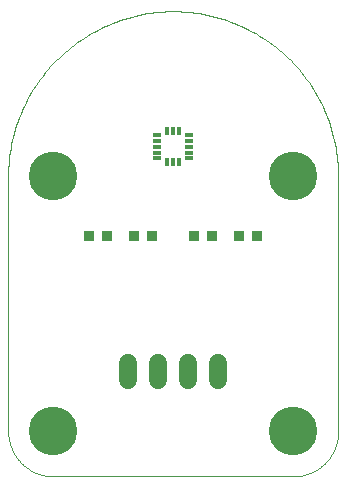
<source format=gts>
G75*
%MOIN*%
%OFA0B0*%
%FSLAX25Y25*%
%IPPOS*%
%LPD*%
%AMOC8*
5,1,8,0,0,1.08239X$1,22.5*
%
%ADD10C,0.05943*%
%ADD11C,0.00000*%
%ADD12C,0.16211*%
%ADD13R,0.02762X0.01384*%
%ADD14R,0.01384X0.02762*%
%ADD15R,0.03550X0.03550*%
D10*
X0046800Y0051234D02*
X0046800Y0056778D01*
X0056800Y0056778D02*
X0056800Y0051234D01*
X0066800Y0051234D02*
X0066800Y0056778D01*
X0076800Y0056778D02*
X0076800Y0051234D01*
D11*
X0101800Y0019006D02*
X0021800Y0019006D01*
X0021438Y0019010D01*
X0021075Y0019024D01*
X0020713Y0019045D01*
X0020352Y0019076D01*
X0019992Y0019115D01*
X0019633Y0019163D01*
X0019275Y0019220D01*
X0018918Y0019285D01*
X0018563Y0019359D01*
X0018210Y0019442D01*
X0017859Y0019533D01*
X0017511Y0019632D01*
X0017165Y0019740D01*
X0016821Y0019856D01*
X0016481Y0019981D01*
X0016144Y0020113D01*
X0015810Y0020254D01*
X0015479Y0020403D01*
X0015152Y0020560D01*
X0014829Y0020724D01*
X0014510Y0020896D01*
X0014196Y0021076D01*
X0013885Y0021264D01*
X0013580Y0021459D01*
X0013279Y0021661D01*
X0012983Y0021871D01*
X0012693Y0022087D01*
X0012407Y0022311D01*
X0012127Y0022541D01*
X0011853Y0022778D01*
X0011585Y0023022D01*
X0011322Y0023272D01*
X0011066Y0023528D01*
X0010816Y0023791D01*
X0010572Y0024059D01*
X0010335Y0024333D01*
X0010105Y0024613D01*
X0009881Y0024899D01*
X0009665Y0025189D01*
X0009455Y0025485D01*
X0009253Y0025786D01*
X0009058Y0026091D01*
X0008870Y0026402D01*
X0008690Y0026716D01*
X0008518Y0027035D01*
X0008354Y0027358D01*
X0008197Y0027685D01*
X0008048Y0028016D01*
X0007907Y0028350D01*
X0007775Y0028687D01*
X0007650Y0029027D01*
X0007534Y0029371D01*
X0007426Y0029717D01*
X0007327Y0030065D01*
X0007236Y0030416D01*
X0007153Y0030769D01*
X0007079Y0031124D01*
X0007014Y0031481D01*
X0006957Y0031839D01*
X0006909Y0032198D01*
X0006870Y0032558D01*
X0006839Y0032919D01*
X0006818Y0033281D01*
X0006804Y0033644D01*
X0006800Y0034006D01*
X0006800Y0119006D01*
X0006816Y0120345D01*
X0006865Y0121684D01*
X0006947Y0123021D01*
X0007061Y0124355D01*
X0007207Y0125687D01*
X0007386Y0127014D01*
X0007597Y0128337D01*
X0007841Y0129654D01*
X0008116Y0130965D01*
X0008423Y0132268D01*
X0008762Y0133564D01*
X0009132Y0134851D01*
X0009533Y0136129D01*
X0009966Y0137397D01*
X0010429Y0138654D01*
X0010923Y0139899D01*
X0011447Y0141132D01*
X0012000Y0142351D01*
X0012584Y0143557D01*
X0013196Y0144748D01*
X0013837Y0145924D01*
X0014507Y0147084D01*
X0015205Y0148227D01*
X0015930Y0149353D01*
X0016683Y0150461D01*
X0017462Y0151551D01*
X0018268Y0152621D01*
X0019099Y0153671D01*
X0019956Y0154700D01*
X0020838Y0155709D01*
X0021743Y0156695D01*
X0022673Y0157659D01*
X0023626Y0158601D01*
X0024601Y0159519D01*
X0025599Y0160412D01*
X0026618Y0161282D01*
X0027658Y0162126D01*
X0028718Y0162944D01*
X0029798Y0163737D01*
X0030896Y0164503D01*
X0032014Y0165242D01*
X0033148Y0165954D01*
X0034300Y0166637D01*
X0035468Y0167293D01*
X0036652Y0167920D01*
X0037850Y0168518D01*
X0039063Y0169086D01*
X0040289Y0169625D01*
X0041528Y0170134D01*
X0042779Y0170612D01*
X0044042Y0171060D01*
X0045314Y0171477D01*
X0046597Y0171863D01*
X0047889Y0172218D01*
X0049189Y0172541D01*
X0050496Y0172832D01*
X0051810Y0173091D01*
X0053130Y0173318D01*
X0054455Y0173513D01*
X0055785Y0173676D01*
X0057118Y0173806D01*
X0058453Y0173904D01*
X0059791Y0173969D01*
X0061130Y0174002D01*
X0062470Y0174002D01*
X0063809Y0173969D01*
X0065147Y0173904D01*
X0066482Y0173806D01*
X0067815Y0173676D01*
X0069145Y0173513D01*
X0070470Y0173318D01*
X0071790Y0173091D01*
X0073104Y0172832D01*
X0074411Y0172541D01*
X0075711Y0172218D01*
X0077003Y0171863D01*
X0078286Y0171477D01*
X0079558Y0171060D01*
X0080821Y0170612D01*
X0082072Y0170134D01*
X0083311Y0169625D01*
X0084537Y0169086D01*
X0085750Y0168518D01*
X0086948Y0167920D01*
X0088132Y0167293D01*
X0089300Y0166637D01*
X0090452Y0165954D01*
X0091586Y0165242D01*
X0092704Y0164503D01*
X0093802Y0163737D01*
X0094882Y0162944D01*
X0095942Y0162126D01*
X0096982Y0161282D01*
X0098001Y0160412D01*
X0098999Y0159519D01*
X0099974Y0158601D01*
X0100927Y0157659D01*
X0101857Y0156695D01*
X0102762Y0155709D01*
X0103644Y0154700D01*
X0104501Y0153671D01*
X0105332Y0152621D01*
X0106138Y0151551D01*
X0106917Y0150461D01*
X0107670Y0149353D01*
X0108395Y0148227D01*
X0109093Y0147084D01*
X0109763Y0145924D01*
X0110404Y0144748D01*
X0111016Y0143557D01*
X0111600Y0142351D01*
X0112153Y0141132D01*
X0112677Y0139899D01*
X0113171Y0138654D01*
X0113634Y0137397D01*
X0114067Y0136129D01*
X0114468Y0134851D01*
X0114838Y0133564D01*
X0115177Y0132268D01*
X0115484Y0130965D01*
X0115759Y0129654D01*
X0116003Y0128337D01*
X0116214Y0127014D01*
X0116393Y0125687D01*
X0116539Y0124355D01*
X0116653Y0123021D01*
X0116735Y0121684D01*
X0116784Y0120345D01*
X0116800Y0119006D01*
X0116800Y0034006D01*
X0116796Y0033644D01*
X0116782Y0033281D01*
X0116761Y0032919D01*
X0116730Y0032558D01*
X0116691Y0032198D01*
X0116643Y0031839D01*
X0116586Y0031481D01*
X0116521Y0031124D01*
X0116447Y0030769D01*
X0116364Y0030416D01*
X0116273Y0030065D01*
X0116174Y0029717D01*
X0116066Y0029371D01*
X0115950Y0029027D01*
X0115825Y0028687D01*
X0115693Y0028350D01*
X0115552Y0028016D01*
X0115403Y0027685D01*
X0115246Y0027358D01*
X0115082Y0027035D01*
X0114910Y0026716D01*
X0114730Y0026402D01*
X0114542Y0026091D01*
X0114347Y0025786D01*
X0114145Y0025485D01*
X0113935Y0025189D01*
X0113719Y0024899D01*
X0113495Y0024613D01*
X0113265Y0024333D01*
X0113028Y0024059D01*
X0112784Y0023791D01*
X0112534Y0023528D01*
X0112278Y0023272D01*
X0112015Y0023022D01*
X0111747Y0022778D01*
X0111473Y0022541D01*
X0111193Y0022311D01*
X0110907Y0022087D01*
X0110617Y0021871D01*
X0110321Y0021661D01*
X0110020Y0021459D01*
X0109715Y0021264D01*
X0109404Y0021076D01*
X0109090Y0020896D01*
X0108771Y0020724D01*
X0108448Y0020560D01*
X0108121Y0020403D01*
X0107790Y0020254D01*
X0107456Y0020113D01*
X0107119Y0019981D01*
X0106779Y0019856D01*
X0106435Y0019740D01*
X0106089Y0019632D01*
X0105741Y0019533D01*
X0105390Y0019442D01*
X0105037Y0019359D01*
X0104682Y0019285D01*
X0104325Y0019220D01*
X0103967Y0019163D01*
X0103608Y0019115D01*
X0103248Y0019076D01*
X0102887Y0019045D01*
X0102525Y0019024D01*
X0102162Y0019010D01*
X0101800Y0019006D01*
D12*
X0101800Y0034006D03*
X0101800Y0119006D03*
X0021800Y0119006D03*
X0021800Y0034006D03*
D13*
X0056485Y0124990D03*
X0056485Y0126959D03*
X0056485Y0128927D03*
X0056485Y0130896D03*
X0056485Y0132864D03*
X0066918Y0132864D03*
X0066918Y0130896D03*
X0066918Y0128927D03*
X0066918Y0126959D03*
X0066918Y0124990D03*
D14*
X0063769Y0123888D03*
X0061800Y0123888D03*
X0059831Y0123888D03*
X0059831Y0134124D03*
X0061800Y0134124D03*
X0063769Y0134124D03*
D15*
X0068847Y0099006D03*
X0074753Y0099006D03*
X0083847Y0099006D03*
X0089753Y0099006D03*
X0054753Y0099006D03*
X0048847Y0099006D03*
X0039753Y0099006D03*
X0033847Y0099006D03*
M02*

</source>
